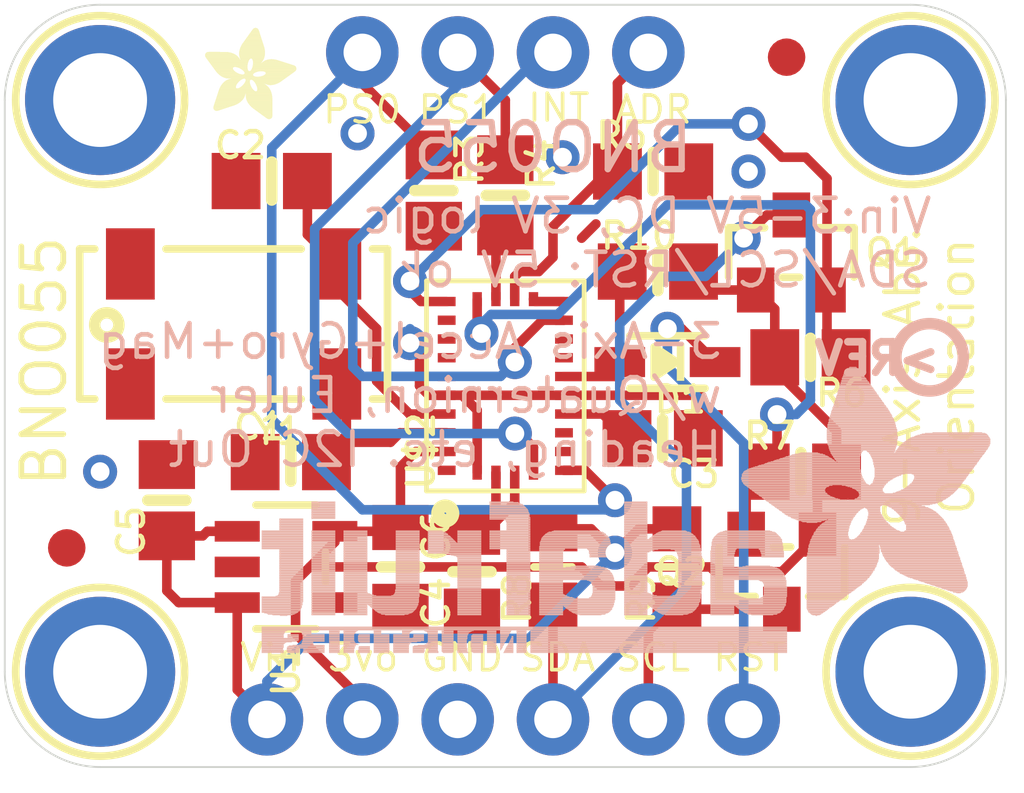
<source format=kicad_pcb>
(kicad_pcb (version 20221018) (generator pcbnew)
  (layers (0 "F.Cu" signal) (31 "B.Cu" signal) (34 "B.Paste" user) (35 "F.Paste" user) (36 "B.SilkS" user "B.Silkscreen") (37 "F.SilkS" user "F.Silkscreen") (38 "B.Mask" user) (39 "F.Mask" user) (44 "Edge.Cuts" user))
  (net 0 "")
  (net 1 "PS1_3V")
  (net 2 "PS0_3V")
  (net 3 "NRESET_3V")
  (net 4 "INT_3V")
  (net 5 "GND")
  (net 6 "I2CADDR_3V")
  (net 7 "SDA_3V")
  (net 8 "SCL_3V")
  (net 9 "N$1")
  (net 10 "N$2")
  (net 11 "N$3")
  (net 12 "5.0V")
  (net 13 "SDA_5V")
  (net 14 "SCL_5V")
  (net 15 "3.3V")
  (net 16 "RST_5V")
  (footprint "Adafruit BNO055:1X06_ROUND_76" (layer "F.Cu") (at 148.5011 113.8936)
    (fp_text reference "JP1" hide)
    (fp_text value "")
    (pad "1" thru_hole circle (at -6.35 0 90) (size 1.9304 1.9304) (drill 1) (layers "*.Cu" "*.Mask") (net 12 "5.0V"))
    (pad "2" thru_hole circle (at -3.81 0 90) (size 1.9304 1.9304) (drill 1) (layers "*.Cu" "*.Mask") (net 15 "3.3V"))
    (pad "3" thru_hole circle (at -1.27 0 90) (size 1.9304 1.9304) (drill 1) (layers "*.Cu" "*.Mask") (net 5 "GND"))
    (pad "4" thru_hole circle (at 1.27 0 90) (size 1.9304 1.9304) (drill 1) (layers "*.Cu" "*.Mask") (net 13 "SDA_5V"))
    (pad "5" thru_hole circle (at 3.81 0 90) (size 1.9304 1.9304) (drill 1) (layers "*.Cu" "*.Mask") (net 14 "SCL_5V"))
    (pad "6" thru_hole circle (at 6.35 0 90) (size 1.9304 1.9304) (drill 1) (layers "*.Cu" "*.Mask") (net 16 "RST_5V"))
  )
  (footprint "Adafruit BNO055:SOD-323" (layer "F.Cu") (at 152.8191 104.3686 180)
    (fp_text reference "D1" (at -1.1 -1) (layer "F.SilkS") (effects (font (size 0.692831 0.692831) (thickness 0.119969)) (justify right)))
    (fp_text value "1n4148")
    (pad "A" smd rect (at 1.27 0 180) (size 1.35 0.8) (layers "F.Cu" "F.Paste" "F.Mask") (net 3 "NRESET_3V"))
    (pad "C" smd rect (at -1.27 0 180) (size 1.35 0.8) (layers "F.Cu" "F.Paste" "F.Mask") (net 16 "RST_5V"))
  )
  (footprint "Adafruit BNO055:0805-NO" (layer "F.Cu") (at 142.7861 107.0356)
    (fp_text reference "C1" (at -1.5875 -0.9525) (layer "F.SilkS") (effects (font (size 0.692831 0.692831) (thickness 0.119969)) (justify left)))
    (fp_text value "22pF")
    (pad "1" smd rect (at -0.95 0) (size 1.3 1.5) (layers "F.Cu" "F.Paste" "F.Mask") (net 5 "GND"))
    (pad "2" smd rect (at 0.95 0) (size 1.3 1.5) (layers "F.Cu" "F.Paste" "F.Mask") (net 9 "N$1"))
  )
  (footprint "Adafruit BNO055:_0805MP" (layer "F.Cu") (at 153.0731 109.8296 90)
    (fp_text reference "R9" (at -1.5875 -0.9525 90) (layer "F.SilkS") (effects (font (size 0.692831 0.692831) (thickness 0.119969)) (justify left)))
    (fp_text value "10K")
    (pad "1" smd rect (at -1.016 0 90) (size 1.2 1.3) (layers "F.Cu" "F.Paste" "F.Mask") (net 14 "SCL_5V"))
    (pad "2" smd rect (at 1.016 0 90) (size 1.2 1.3) (layers "F.Cu" "F.Paste" "F.Mask") (net 12 "5.0V"))
  )
  (footprint "Adafruit BNO055:FIDUCIAL_1MM" (layer "F.Cu") (at 155.9941 96.2406)
    (fp_text reference "FID1" hide)
    (fp_text value "FIDUCIAL\"\"" hide)
    (pad "1" smd roundrect (at 0 0) (size 1 1) (layers "F.Cu" "F.Mask") (roundrect_rratio 0.5))
  )
  (footprint "Adafruit BNO055:_0805MP" (layer "F.Cu") (at 149.7711 109.8296 90)
    (fp_text reference "R8" (at -1.5875 -0.9525 90) (layer "F.SilkS") (effects (font (size 0.692831 0.692831) (thickness 0.119969)) (justify left)))
    (fp_text value "10K")
    (pad "1" smd rect (at -1.016 0 90) (size 1.2 1.3) (layers "F.Cu" "F.Paste" "F.Mask") (net 13 "SDA_5V"))
    (pad "2" smd rect (at 1.016 0 90) (size 1.2 1.3) (layers "F.Cu" "F.Paste" "F.Mask") (net 12 "5.0V"))
  )
  (footprint "Adafruit BNO055:0805_10MGAP" (layer "F.Cu") (at 145.7071 109.8296 -90)
    (fp_text reference "C6" (at -1.5875 -0.9525 90) (layer "F.SilkS") (effects (font (size 0.692831 0.692831) (thickness 0.119969)) (justify right)))
    (fp_text value "10uF")
    (pad "1" smd rect (at -1.05 0 270) (size 1.2 1.5) (layers "F.Cu" "F.Paste" "F.Mask") (net 15 "3.3V"))
    (pad "2" smd rect (at 1.05 0 270) (size 1.2 1.5) (layers "F.Cu" "F.Paste" "F.Mask") (net 5 "GND"))
  )
  (footprint "Adafruit BNO055:0805-NO" (layer "F.Cu") (at 148.5011 99.9236 -90)
    (fp_text reference "R4" (at -1.5875 -0.9525 90) (layer "F.SilkS") (effects (font (size 0.692831 0.692831) (thickness 0.119969)) (justify right)))
    (fp_text value "10K")
    (pad "1" smd rect (at -0.95 0 270) (size 1.3 1.5) (layers "F.Cu" "F.Paste" "F.Mask") (net 1 "PS1_3V"))
    (pad "2" smd rect (at 0.95 0 270) (size 1.3 1.5) (layers "F.Cu" "F.Paste" "F.Mask") (net 5 "GND"))
  )
  (footprint "Adafruit BNO055:SOT23-WIDE" (layer "F.Cu") (at 156.1211 101.4476)
    (fp_text reference "Q1" (at 1.905 0) (layer "F.SilkS") (effects (font (size 0.692831 0.692831) (thickness 0.119969)) (justify left)))
    (fp_text value "BSS138")
    (pad "1" smd rect (at -0.95 1) (size 1 1.2) (layers "F.Cu" "F.Paste" "F.Mask") (net 15 "3.3V"))
    (pad "2" smd rect (at 0.95 1) (size 1 1.2) (layers "F.Cu" "F.Paste" "F.Mask") (net 7 "SDA_3V"))
    (pad "3" smd rect (at 0 -1) (size 1 1.2) (layers "F.Cu" "F.Paste" "F.Mask") (net 13 "SDA_5V"))
  )
  (footprint "Adafruit BNO055:0805-NO" (layer "F.Cu") (at 146.5961 99.7966 -90)
    (fp_text reference "R3" (at -1.5875 -0.9525 90) (layer "F.SilkS") (effects (font (size 0.692831 0.692831) (thickness 0.119969)) (justify right)))
    (fp_text value "10K")
    (pad "1" smd rect (at -0.95 0 270) (size 1.3 1.5) (layers "F.Cu" "F.Paste" "F.Mask") (net 2 "PS0_3V"))
    (pad "2" smd rect (at 0.95 0 270) (size 1.3 1.5) (layers "F.Cu" "F.Paste" "F.Mask") (net 5 "GND"))
  )
  (footprint "Adafruit BNO055:0805_10MGAP" (layer "F.Cu") (at 147.6121 109.9566 90)
    (fp_text reference "C4" (at -1.5875 -0.9525 90) (layer "F.SilkS") (effects (font (size 0.692831 0.692831) (thickness 0.119969)) (justify left)))
    (fp_text value "0.1uF")
    (pad "1" smd rect (at -1.05 0 90) (size 1.2 1.5) (layers "F.Cu" "F.Paste" "F.Mask") (net 5 "GND"))
    (pad "2" smd rect (at 1.05 0 90) (size 1.2 1.5) (layers "F.Cu" "F.Paste" "F.Mask") (net 15 "3.3V"))
  )
  (footprint "Adafruit BNO055:0805-NO" (layer "F.Cu") (at 152.5651 101.9556)
    (fp_text reference "R10" (at -1.5875 -0.9525) (layer "F.SilkS") (effects (font (size 0.692831 0.692831) (thickness 0.119969)) (justify left)))
    (fp_text value "10K")
    (pad "1" smd rect (at -0.95 0) (size 1.3 1.5) (layers "F.Cu" "F.Paste" "F.Mask") (net 3 "NRESET_3V"))
    (pad "2" smd rect (at 0.95 0) (size 1.3 1.5) (layers "F.Cu" "F.Paste" "F.Mask") (net 15 "3.3V"))
  )
  (footprint "Adafruit BNO055:0805-NO" (layer "F.Cu") (at 142.2781 99.5426)
    (fp_text reference "C2" (at -1.5875 -0.9525) (layer "F.SilkS") (effects (font (size 0.692831 0.692831) (thickness 0.119969)) (justify left)))
    (fp_text value "22pF")
    (pad "1" smd rect (at -0.95 0) (size 1.3 1.5) (layers "F.Cu" "F.Paste" "F.Mask") (net 5 "GND"))
    (pad "2" smd rect (at 0.95 0) (size 1.3 1.5) (layers "F.Cu" "F.Paste" "F.Mask") (net 10 "N$2"))
  )
  (footprint "Adafruit BNO055:0805-NO" (layer "F.Cu") (at 156.3751 107.2896)
    (fp_text reference "R7" (at -1.5875 -0.9525) (layer "F.SilkS") (effects (font (size 0.692831 0.692831) (thickness 0.119969)) (justify left)))
    (fp_text value "10K")
    (pad "1" smd rect (at -0.95 0) (size 1.3 1.5) (layers "F.Cu" "F.Paste" "F.Mask") (net 8 "SCL_3V"))
    (pad "2" smd rect (at 0.95 0) (size 1.3 1.5) (layers "F.Cu" "F.Paste" "F.Mask") (net 15 "3.3V"))
  )
  (footprint "Adafruit BNO055:0805-NO" (layer "F.Cu") (at 152.4381 99.2886)
    (fp_text reference "R5" (at -1.5875 -0.9525) (layer "F.SilkS") (effects (font (size 0.692831 0.692831) (thickness 0.119969)) (justify left)))
    (fp_text value "10K")
    (pad "1" smd rect (at -0.95 0) (size 1.3 1.5) (layers "F.Cu" "F.Paste" "F.Mask") (net 6 "I2CADDR_3V"))
    (pad "2" smd rect (at 0.95 0) (size 1.3 1.5) (layers "F.Cu" "F.Paste" "F.Mask") (net 5 "GND"))
  )
  (footprint "Adafruit BNO055:MOUNTINGHOLE_2.5_PLATED_THICK" (layer "F.Cu") (at 159.2961 97.3836)
    (fp_text reference "U$31" hide)
    (fp_text value "MOUNTINGHOLE2.5_THICK" hide)
    (pad "P$1" thru_hole circle (at 0 0) (size 4 4) (drill 2.5) (layers "*.Cu" "*.Mask"))
  )
  (footprint "Adafruit BNO055:0805-NO" (layer "F.Cu") (at 139.4841 108.0516 90)
    (fp_text reference "C5" (at -1.5875 -0.9525 90) (layer "F.SilkS") (effects (font (size 0.692831 0.692831) (thickness 0.119969)) (justify left)))
    (fp_text value "10uF")
    (pad "1" smd rect (at -0.95 0 90) (size 1.3 1.5) (layers "F.Cu" "F.Paste" "F.Mask") (net 12 "5.0V"))
    (pad "2" smd rect (at 0.95 0 90) (size 1.3 1.5) (layers "F.Cu" "F.Paste" "F.Mask") (net 5 "GND"))
  )
  (footprint "Adafruit BNO055:0805-NO" (layer "F.Cu") (at 152.6921 106.4006 180)
    (fp_text reference "C3" (at -1.5875 -0.9525) (layer "F.SilkS") (effects (font (size 0.692831 0.692831) (thickness 0.119969)) (justify right)))
    (fp_text value "0.1uF")
    (pad "1" smd rect (at -0.95 0 180) (size 1.3 1.5) (layers "F.Cu" "F.Paste" "F.Mask") (net 5 "GND"))
    (pad "2" smd rect (at 0.95 0 180) (size 1.3 1.5) (layers "F.Cu" "F.Paste" "F.Mask") (net 11 "N$3"))
  )
  (footprint "Adafruit BNO055:MOUNTINGHOLE_2.5_PLATED_THICK" (layer "F.Cu") (at 159.2961 112.6236)
    (fp_text reference "U$32" hide)
    (fp_text value "MOUNTINGHOLE2.5_THICK" hide)
    (pad "P$1" thru_hole circle (at 0 0) (size 4 4) (drill 2.5) (layers "*.Cu" "*.Mask"))
  )
  (footprint "Adafruit BNO055:FIDUCIAL_1MM" (layer "F.Cu") (at 136.8171 109.3216)
    (fp_text reference "FID2" hide)
    (fp_text value "FIDUCIAL\"\"" hide)
    (pad "1" smd roundrect (at 0 0) (size 1 1) (layers "F.Cu" "F.Mask") (roundrect_rratio 0.5))
  )
  (footprint "Adafruit BNO055:1X04_ROUND_76" (layer "F.Cu") (at 148.5011 96.1136)
    (fp_text reference "JP2" hide)
    (fp_text value "")
    (pad "1" thru_hole circle (at -3.81 0 90) (size 1.9304 1.9304) (drill 1) (layers "*.Cu" "*.Mask") (net 2 "PS0_3V"))
    (pad "2" thru_hole circle (at -1.27 0 90) (size 1.9304 1.9304) (drill 1) (layers "*.Cu" "*.Mask") (net 1 "PS1_3V"))
    (pad "3" thru_hole circle (at 1.27 0 90) (size 1.9304 1.9304) (drill 1) (layers "*.Cu" "*.Mask") (net 4 "INT_3V"))
    (pad "4" thru_hole circle (at 3.81 0 90) (size 1.9304 1.9304) (drill 1) (layers "*.Cu" "*.Mask") (net 6 "I2CADDR_3V"))
  )
  (footprint "Adafruit BNO055:0805-NO" (layer "F.Cu") (at 156.6291 104.2416 180)
    (fp_text reference "R6" (at -1.5875 -0.9525) (layer "F.SilkS") (effects (font (size 0.692831 0.692831) (thickness 0.119969)) (justify right)))
    (fp_text value "10K")
    (pad "1" smd rect (at -0.95 0 180) (size 1.3 1.5) (layers "F.Cu" "F.Paste" "F.Mask") (net 7 "SDA_3V"))
    (pad "2" smd rect (at 0.95 0 180) (size 1.3 1.5) (layers "F.Cu" "F.Paste" "F.Mask") (net 15 "3.3V"))
  )
  (footprint "Adafruit BNO055:ADAFRUIT_2.5MM" (layer "F.Cu") (at 140.5001 97.8916)
    (fp_text reference "U$33" hide)
    (fp_text value "" hide)
  )
  (footprint "Adafruit BNO055:MOUNTINGHOLE_2.5_PLATED_THICK" (layer "F.Cu") (at 137.7061 112.6236)
    (fp_text reference "U$30" hide)
    (fp_text value "MOUNTINGHOLE2.5_THICK" hide)
    (pad "P$1" thru_hole circle (at 0 0) (size 4 4) (drill 2.5) (layers "*.Cu" "*.Mask"))
  )
  (footprint "Adafruit BNO055:SOT23-5" (layer "F.Cu") (at 142.6591 109.8296 -90)
    (fp_text reference "U1" (at 1.978 0 90) (layer "F.SilkS") (effects (font (size 0.692831 0.692831) (thickness 0.119969)) (justify right)))
    (fp_text value "MIC5225-3.3")
    (pad "1" smd rect (at -0.95 1.3001 270) (size 0.55 1.2) (layers "F.Cu" "F.Paste" "F.Mask") (net 12 "5.0V"))
    (pad "2" smd rect (at 0 1.3001 270) (size 0.55 1.2) (layers "F.Cu" "F.Paste" "F.Mask") (net 5 "GND"))
    (pad "3" smd rect (at 0.95 1.3001 270) (size 0.55 1.2) (layers "F.Cu" "F.Paste" "F.Mask") (net 12 "5.0V"))
    (pad "4" smd rect (at 0.95 -1.3001 270) (size 0.55 1.2) (layers "F.Cu" "F.Paste" "F.Mask"))
    (pad "5" smd rect (at -0.95 -1.3001 270) (size 0.55 1.2) (layers "F.Cu" "F.Paste" "F.Mask") (net 15 "3.3V"))
  )
  (footprint "Adafruit BNO055:MOUNTINGHOLE_2.5_PLATED_THICK" (layer "F.Cu") (at 137.7061 97.3836)
    (fp_text reference "U$29" hide)
    (fp_text value "MOUNTINGHOLE2.5_THICK" hide)
    (pad "P$1" thru_hole circle (at 0 0) (size 4 4) (drill 2.5) (layers "*.Cu" "*.Mask"))
  )
  (footprint "Adafruit BNO055:SOT23-WIDE" (layer "F.Cu") (at 155.8671 109.9566 180)
    (fp_text reference "Q2" (at 1.905 0) (layer "F.SilkS") (effects (font (size 0.692831 0.692831) (thickness 0.119969)) (justify right)))
    (fp_text value "BSS138")
    (pad "1" smd rect (at -0.95 1 180) (size 1 1.2) (layers "F.Cu" "F.Paste" "F.Mask") (net 15 "3.3V"))
    (pad "2" smd rect (at 0.95 1 180) (size 1 1.2) (layers "F.Cu" "F.Paste" "F.Mask") (net 8 "SCL_3V"))
    (pad "3" smd rect (at 0 -1 180) (size 1 1.2) (layers "F.Cu" "F.Paste" "F.Mask") (net 14 "SCL_5V"))
  )
  (footprint "Adafruit BNO055:BNO055" (layer "F.Cu") (at 148.5011 105.0036 90)
    (fp_text reference "U$2" (at -2.84 -2.248 90) (layer "F.SilkS") (effects (font (size 0.692831 0.692831) (thickness 0.119969)) (justify left)))
    (fp_text value "BNO055")
    (pad "1" smd rect (at -2.25 -1.5625 90) (size 0.25 0.475) (layers "F.Cu" "F.Paste" "F.Mask"))
    (pad "2" smd rect (at -2.3125 -0.75 90) (size 0.375 0.25) (layers "F.Cu" "F.Paste" "F.Mask") (net 5 "GND"))
    (pad "3" smd rect (at -2.3125 -0.25 90) (size 0.375 0.25) (layers "F.Cu" "F.Paste" "F.Mask") (net 15 "3.3V"))
    (pad "4" smd rect (at -2.3125 0.25 90) (size 0.375 0.25) (layers "F.Cu" "F.Paste" "F.Mask") (net 15 "3.3V"))
    (pad "5" smd rect (at -2.3125 0.75 90) (size 0.375 0.25) (layers "F.Cu" "F.Paste" "F.Mask") (net 1 "PS1_3V"))
    (pad "6" smd rect (at -2.25 1.5625 90) (size 0.25 0.475) (layers "F.Cu" "F.Paste" "F.Mask") (net 2 "PS0_3V"))
    (pad "7" smd rect (at -1.75 1.5625 90) (size 0.25 0.475) (layers "F.Cu" "F.Paste" "F.Mask"))
    (pad "8" smd rect (at -1.25 1.5625 90) (size 0.25 0.475) (layers "F.Cu" "F.Paste" "F.Mask"))
    (pad "9" smd rect (at -0.75 1.5625 90) (size 0.25 0.475) (layers "F.Cu" "F.Paste" "F.Mask") (net 11 "N$3"))
    (pad "10" smd rect (at -0.25 1.5625 90) (size 0.25 0.475) (layers "F.Cu" "F.Paste" "F.Mask") (net 5 "GND"))
    (pad "11" smd rect (at 0.25 1.5625 90) (size 0.25 0.475) (layers "F.Cu" "F.Paste" "F.Mask") (net 3 "NRESET_3V"))
    (pad "12" smd rect (at 0.75 1.5625 90) (size 0.25 0.475) (layers "F.Cu" "F.Paste" "F.Mask"))
    (pad "13" smd rect (at 1.25 1.5625 90) (size 0.25 0.475) (layers "F.Cu" "F.Paste" "F.Mask"))
    (pad "14" smd rect (at 1.75 1.5625 90) (size 0.25 0.475) (layers "F.Cu" "F.Paste" "F.Mask") (net 4 "INT_3V"))
    (pad "15" smd rect (at 2.25 1.5625 90) (size 0.25 0.475) (layers "F.Cu" "F.Paste" "F.Mask") (net 5 "GND"))
    (pad "16" smd rect (at 2.3125 0.75 90) (size 0.375 0.25) (layers "F.Cu" "F.Paste" "F.Mask") (net 5 "GND"))
    (pad "17" smd rect (at 2.3125 0.25 90) (size 0.375 0.25) (layers "F.Cu" "F.Paste" "F.Mask") (net 6 "I2CADDR_3V"))
    (pad "18" smd rect (at 2.3125 -0.25 90) (size 0.375 0.25) (layers "F.Cu" "F.Paste" "F.Mask") (net 5 "GND"))
    (pad "19" smd rect (at 2.3125 -0.75 90) (size 0.375 0.25) (layers "F.Cu" "F.Paste" "F.Mask") (net 8 "SCL_3V"))
    (pad "20" smd rect (at 2.25 -1.5625 90) (size 0.25 0.475) (layers "F.Cu" "F.Paste" "F.Mask") (net 7 "SDA_3V"))
    (pad "21" smd rect (at 1.75 -1.5625 90) (size 0.25 0.475) (layers "F.Cu" "F.Paste" "F.Mask"))
    (pad "22" smd rect (at 1.25 -1.5625 90) (size 0.25 0.475) (layers "F.Cu" "F.Paste" "F.Mask"))
    (pad "23" smd rect (at 0.75 -1.5625 90) (size 0.25 0.475) (layers "F.Cu" "F.Paste" "F.Mask"))
    (pad "24" smd rect (at 0.25 -1.5625 90) (size 0.25 0.475) (layers "F.Cu" "F.Paste" "F.Mask"))
    (pad "25" smd rect (at -0.25 -1.5625 90) (size 0.25 0.475) (layers "F.Cu" "F.Paste" "F.Mask") (net 5 "GND"))
    (pad "26" smd rect (at -0.75 -1.5625 90) (size 0.25 0.475) (layers "F.Cu" "F.Paste" "F.Mask") (net 10 "N$2"))
    (pad "27" smd rect (at -1.25 -1.5625 90) (size 0.25 0.475) (layers "F.Cu" "F.Paste" "F.Mask") (net 9 "N$1"))
    (pad "28" smd rect (at -1.75 -1.5625 90) (size 0.25 0.475) (layers "F.Cu" "F.Paste" "F.Mask") (net 15 "3.3V"))
  )
  (footprint "Adafruit BNO055:CRYSTAL_8X3.8" (layer "F.Cu") (at 141.2621 103.3526 180)
    (fp_text reference "Y1" (at -1.9 -2.854) (layer "F.SilkS") (effects (font (size 0.692831 0.692831) (thickness 0.119969)) (justify right)))
    (fp_text value "32.768kHz")
    (pad "P$1" smd rect (at -2.75 1.6 180) (size 1.3 1.9) (layers "F.Cu" "F.Paste" "F.Mask") (net 10 "N$2"))
    (pad "P$2" smd rect (at 2.75 1.6 180) (size 1.3 1.9) (layers "F.Cu" "F.Paste" "F.Mask"))
    (pad "P$3" smd rect (at 2.75 -1.6 180) (size 1.3 1.9) (layers "F.Cu" "F.Paste" "F.Mask"))
    (pad "P$4" smd rect (at -2.75 -1.6 180) (size 1.3 1.9) (layers "F.Cu" "F.Paste" "F.Mask") (net 9 "N$1"))
  )
  (footprint "Adafruit BNO055:PCBFEAT-REV-040" (layer "B.Cu") (at 159.8041 104.2416 180)
    (fp_text reference "U$3" hide)
    (fp_text value "" hide)
    (fp_text user ">REV" (at -0.3556 -0.508) (layer "B.SilkS") (effects (font (size 0.8128 0.8128) (thickness 0.2032)) (justify left bottom mirror)))
  )
  (footprint "Adafruit BNO055:ADAFRUIT_TEXT_20MM" (layer "B.Cu") (at 161.5821 112.1156 180)
    (fp_text reference "U$28" hide)
    (fp_text value "" hide)
  )
  (gr_arc (start 137.7061 115.1636) (mid 135.910049 114.419651) (end 135.1661 112.6236) (stroke (width 0.05)) (layer "Edge.Cuts"))
  (gr_arc (start 161.8361 112.6236) (mid 161.092151 114.419651) (end 159.2961 115.1636) (stroke (width 0.05)) (layer "Edge.Cuts"))
  (gr_arc (start 135.1661 97.3836) (mid 135.910049 95.587549) (end 137.7061 94.8436) (stroke (width 0.05)) (layer "Edge.Cuts"))
  (gr_line (start 159.2961 115.1636) (end 137.7061 115.1636) (stroke (width 0.05)) (layer "Edge.Cuts"))
  (gr_line (start 135.1661 112.6236) (end 135.1661 97.3836) (stroke (width 0.05)) (layer "Edge.Cuts"))
  (gr_line (start 137.7061 94.8436) (end 159.2961 94.8436) (stroke (width 0.05)) (layer "Edge.Cuts"))
  (gr_arc (start 159.2961 94.8436) (mid 161.092151 95.587549) (end 161.8361 97.3836) (stroke (width 0.05)) (layer "Edge.Cuts"))
  (gr_line (start 161.8361 97.3836) (end 161.8361 112.6236) (stroke (width 0.05)) (layer "Edge.Cuts"))
  (gr_text "3-Axis Accel+Gyro+Mag\nw/Quaternion, Euler\nHeading, etc. I2C Out" (at 154.3431 105.2576) (layer "B.SilkS") (effects (font (size 0.89408 0.89408) (thickness 0.12192)) (justify left mirror)))
  (gr_text "Vin:3-5V DC, 3V logic\nSDA/SCL/RST: 5V ok" (at 159.9311 101.1936) (layer "B.SilkS") (effects (font (size 0.89408 0.89408) (thickness 0.12192)) (justify left mirror)))
  (gr_text "BNO055" (at 149.7711 98.6536) (layer "B.SilkS") (effects (font (size 1.251712 1.251712) (thickness 0.170688)) (justify mirror)))
  (gr_text "PS1" (at 147.2261 97.6376) (layer "F.SilkS") (effects (font (size 0.715264 0.715264) (thickness 0.097536))))
  (gr_text "BNO055" (at 136.2161 104.3466 90) (layer "F.SilkS") (effects (font (size 1.1176 1.1176) (thickness 0.1524))))
  (gr_text "INT" (at 149.9241 97.5896) (layer "F.SilkS") (effects (font (size 0.715264 0.715264) (thickness 0.097536))))
  (gr_text "RST" (at 155.0131 112.2426) (layer "F.SilkS") (effects (font (size 0.715264 0.715264) (thickness 0.097536))))
  (gr_text "ADR" (at 152.4471 97.6376) (layer "F.SilkS") (effects (font (size 0.715264 0.715264) (thickness 0.097536))))
  (gr_text "Vin" (at 142.2401 112.2426) (layer "F.SilkS") (effects (font (size 0.715264 0.715264) (thickness 0.097536))))
  (gr_text "9-Axis Abs.\nOrientation" (at 159.8041 104.7496 90) (layer "F.SilkS") (effects (font (size 0.89408 0.89408) (thickness 0.12192))))
  (gr_text "PS0" (at 144.6861 97.6376) (layer "F.SilkS") (effects (font (size 0.715264 0.715264) (thickness 0.097536))))
  (gr_text "3vo" (at 144.7131 112.2426) (layer "F.SilkS") (effects (font (size 0.715264 0.715264) (thickness 0.097536))))
  (gr_text "GND" (at 147.3531 112.2426) (layer "F.SilkS") (effects (font (size 0.715264 0.715264) (thickness 0.097536))))
  (gr_text "SCL" (at 152.4331 112.2426) (layer "F.SilkS") (effects (font (size 0.715264 0.715264) (thickness 0.097536))))
  (gr_text "SDA" (at 149.8931 112.2426) (layer "F.SilkS") (effects (font (size 0.715264 0.715264) (thickness 0.097536))))
  (segment (start 149.2511 106.6426) (end 148.8821 106.2736) (width 0.254) (layer "F.Cu") (net 1))
  (segment (start 149.2511 107.3161) (end 149.2511 106.6426) (width 0.254) (layer "F.Cu") (net 1))
  (segment (start 147.2311 96.1136) (end 148.5011 97.3836) (width 0.254) (layer "F.Cu") (net 1))
  (segment (start 148.5011 97.3836) (end 148.5011 98.9736) (width 0.254) (layer "F.Cu") (net 1))
  (segment (start 148.8821 106.2736) (end 148.7551 106.2736) (width 0.254) (layer "F.Cu") (net 1))
  (via (at 148.7551 106.2736) (size 0.9064) (drill 0.5) (layers "F.Cu" "B.Cu") (net 1))
  (segment (start 148.7551 106.2736) (end 144.3101 106.2736) (width 0.254) (layer "B.Cu") (net 1))
  (segment (start 143.4211 105.3846) (end 143.4211 100.8126) (width 0.254) (layer "B.Cu") (net 1))
  (segment (start 144.3101 106.2736) (end 143.4211 105.3846) (width 0.254) (layer "B.Cu") (net 1))
  (segment (start 143.4211 100.8126) (end 147.2311 97.0026) (width 0.254) (layer "B.Cu") (net 1))
  (segment (start 147.2311 97.0026) (end 147.2311 96.1136) (width 0.254) (layer "B.Cu") (net 1))
  (segment (start 144.6911 96.1136) (end 144.6911 96.9416) (width 0.254) (layer "F.Cu") (net 2))
  (segment (start 144.6911 96.9416) (end 146.5961 98.8466) (width 0.254) (layer "F.Cu") (net 2))
  (segment (start 150.6241 107.2536) (end 151.4221 108.0516) (width 0.254) (layer "F.Cu") (net 2))
  (segment (start 150.0636 107.2536) (end 150.6241 107.2536) (width 0.254) (layer "F.Cu") (net 2))
  (via (at 151.4221 108.0516) (size 0.9064) (drill 0.5) (layers "F.Cu" "B.Cu") (net 2))
  (segment (start 142.2781 105.8926) (end 144.6911 108.3056) (width 0.254) (layer "B.Cu") (net 2))
  (segment (start 151.1681 108.3056) (end 151.4221 108.0516) (width 0.254) (layer "B.Cu") (net 2))
  (segment (start 144.6911 96.1136) (end 144.6911 96.2406) (width 0.254) (layer "B.Cu") (net 2))
  (segment (start 144.6911 108.3056) (end 151.1681 108.3056) (width 0.254) (layer "B.Cu") (net 2))
  (segment (start 142.2781 98.6536) (end 142.2781 105.8926) (width 0.254) (layer "B.Cu") (net 2))
  (segment (start 144.6911 96.2406) (end 142.2781 98.6536) (width 0.254) (layer "B.Cu") (net 2))
  (segment (start 150.0636 104.7536) (end 151.4181 104.7536) (width 0.254) (layer "F.Cu") (net 3))
  (segment (start 151.6151 101.9556) (end 151.5491 101.8896) (width 0.254) (layer "F.Cu") (net 3))
  (segment (start 151.5491 104.6226) (end 151.5491 104.3686) (width 0.254) (layer "F.Cu") (net 3))
  (segment (start 151.5491 101.8896) (end 151.5491 104.3686) (width 0.254) (layer "F.Cu") (net 3))
  (segment (start 151.4181 104.7536) (end 151.5491 104.6226) (width 0.254) (layer "F.Cu") (net 3))
  (segment (start 149.4891 103.2536) (end 148.7551 103.9876) (width 0.254) (layer "F.Cu") (net 4))
  (segment (start 148.7551 103.9876) (end 148.7551 104.3686) (width 0.254) (layer "F.Cu") (net 4))
  (segment (start 150.0636 103.2536) (end 149.4891 103.2536) (width 0.254) (layer "F.Cu") (net 4))
  (via (at 148.7551 104.3686) (size 0.9064) (drill 0.5) (layers "F.Cu" "B.Cu") (net 4))
  (segment (start 144.6911 104.7496) (end 148.3741 104.7496) (width 0.254) (layer "B.Cu") (net 4))
  (segment (start 144.4371 104.4956) (end 144.4371 101.1936) (width 0.254) (layer "B.Cu") (net 4))
  (segment (start 149.5171 96.1136) (end 149.7711 96.1136) (width 0.254) (layer "B.Cu") (net 4))
  (segment (start 144.6911 104.7496) (end 144.4371 104.4956) (width 0.254) (layer "B.Cu") (net 4))
  (segment (start 144.4371 101.1936) (end 149.5171 96.1136) (width 0.254) (layer "B.Cu") (net 4))
  (segment (start 148.3741 104.7496) (end 148.7551 104.3686) (width 0.254) (layer "B.Cu") (net 4))
  (segment (start 146.4651 105.2536) (end 146.2151 105.0036) (width 0.254) (layer "F.Cu") (net 5))
  (segment (start 153.7081 106.3346) (end 153.6421 106.4006) (width 0.254) (layer "F.Cu") (net 5))
  (segment (start 150.5331 101.0666) (end 150.9141 100.6856) (width 0.254) (layer "F.Cu") (net 5))
  (segment (start 153.7081 105.2576) (end 153.7081 106.3346) (width 0.254) (layer "F.Cu") (net 5))
  (segment (start 147.7511 105.6506) (end 147.4216 105.3211) (width 0.254) (layer "F.Cu") (net 5))
  (segment (start 147.3541 105.2536) (end 146.9386 105.2536) (width 0.254) (layer "F.Cu") (net 5))
  (segment (start 148.2511 102.6911) (end 148.2511 101.1236) (width 0.254) (layer "F.Cu") (net 5))
  (segment (start 146.2151 105.0036) (end 146.2151 103.9876) (width 0.254) (layer "F.Cu") (net 5))
  (segment (start 147.7511 107.3161) (end 147.7511 105.6506) (width 0.254) (layer "F.Cu") (net 5))
  (segment (start 148.2511 101.1236) (end 148.5011 100.8736) (width 0.254) (layer "F.Cu") (net 5))
  (segment (start 147.4216 105.3211) (end 147.3541 105.2536) (width 0.254) (layer "F.Cu") (net 5))
  (segment (start 146.9386 105.2536) (end 146.4651 105.2536) (width 0.254) (layer "F.Cu") (net 5))
  (segment (start 149.2511 102.6911) (end 149.3136 102.7536) (width 0.254) (layer "F.Cu") (net 5))
  (segment (start 149.3136 102.7536) (end 150.0636 102.7536) (width 0.254) (layer "F.Cu") (net 5))
  (segment (start 150.0636 105.2536) (end 153.7041 105.2536) (width 0.254) (layer "F.Cu") (net 5))
  (segment (start 153.7041 105.2536) (end 153.7081 105.2576) (width 0.254) (layer "F.Cu") (net 5))
  (segment (start 147.4891 105.2536) (end 147.4216 105.3211) (width 0.254) (layer "F.Cu") (net 5))
  (segment (start 153.0731 99.2886) (end 153.3881 99.2886) (width 0.254) (layer "F.Cu") (net 5))
  (segment (start 150.0636 105.2536) (end 147.4891 105.2536) (width 0.254) (layer "F.Cu") (net 5))
  (via (at 144.5641 98.2726) (size 0.9064) (drill 0.5) (layers "F.Cu" "B.Cu") (net 5))
  (via (at 150.0251 98.9076) (size 0.9064) (drill 0.5) (layers "F.Cu" "B.Cu") (net 5))
  (via (at 154.9781 99.2886) (size 0.9064) (drill 0.5) (layers "F.Cu" "B.Cu") (net 5))
  (via (at 137.7061 107.2896) (size 0.9064) (drill 0.5) (layers "F.Cu" "B.Cu") (net 5))
  (via (at 145.9611 103.8606) (size 0.9064) (drill 0.5) (layers "F.Cu" "B.Cu") (net 5))
  (segment (start 146.0881 103.6066) (end 145.9611 103.4796) (width 0.254) (layer "B.Cu") (net 5))
  (segment (start 149.7711 100.7516) (end 151.2341 99.2886) (width 0.254) (layer "F.Cu") (net 6))
  (segment (start 151.4881 99.2886) (end 151.4881 96.9366) (width 0.254) (layer "F.Cu") (net 6))
  (segment (start 149.7711 101.5746) (end 149.7711 100.7516) (width 0.254) (layer "F.Cu") (net 6))
  (segment (start 148.7511 102.0866) (end 148.7511 102.6911) (width 0.254) (layer "F.Cu") (net 6))
  (segment (start 149.3901 101.9556) (end 149.7711 101.5746) (width 0.254) (layer "F.Cu") (net 6))
  (segment (start 148.8821 101.9556) (end 148.7511 102.0866) (width 0.254) (layer "F.Cu") (net 6))
  (segment (start 151.2341 99.2886) (end 151.4881 99.2886) (width 0.254) (layer "F.Cu") (net 6))
  (segment (start 151.4881 96.9366) (end 152.3111 96.1136) (width 0.254) (layer "F.Cu") (net 6))
  (segment (start 149.3901 101.9556) (end 148.8821 101.9556) (width 0.254) (layer "F.Cu") (net 6))
  (segment (start 157.0711 102.4476) (end 157.0711 99.4766) (width 0.254) (layer "F.Cu") (net 7))
  (segment (start 157.0711 99.4766) (end 156.5021 98.9076) (width 0.254) (layer "F.Cu") (net 7))
  (segment (start 146.2511 102.7536) (end 145.9611 102.4636) (width 0.254) (layer "F.Cu") (net 7))
  (segment (start 157.5791 104.2416) (end 157.0711 103.7336) (width 0.254) (layer "F.Cu") (net 7))
  (segment (start 157.0711 103.7336) (end 157.0711 102.4476) (width 0.254) (layer "F.Cu") (net 7))
  (segment (start 145.9611 102.4636) (end 145.9611 102.2096) (width 0.254) (layer "F.Cu") (net 7))
  (segment (start 155.8671 98.9076) (end 154.9781 98.0186) (width 0.254) (layer "F.Cu") (net 7))
  (segment (start 146.9386 102.7536) (end 146.2511 102.7536) (width 0.254) (layer "F.Cu") (net 7))
  (segment (start 156.5021 98.9076) (end 155.8671 98.9076) (width 0.254) (layer "F.Cu") (net 7))
  (via (at 154.9781 98.0186) (size 0.9064) (drill 0.5) (layers "F.Cu" "B.Cu") (net 7))
  (via (at 145.9611 102.2096) (size 0.9064) (drill 0.5) (layers "F.Cu" "B.Cu") (net 7))
  (segment (start 150.9141 100.3046) (end 153.2001 98.0186) (width 0.254) (layer "B.Cu") (net 7))
  (segment (start 147.8661 100.3046) (end 145.9611 102.2096) (width 0.254) (layer "B.Cu") (net 7))
  (segment (start 147.8661 100.3046) (end 150.9141 100.3046) (width 0.254) (layer "B.Cu") (net 7))
  (segment (start 153.2001 98.0186) (end 154.9781 98.0186) (width 0.254) (layer "B.Cu") (net 7))
  (segment (start 155.7401 105.7656) (end 155.7401 107.2236) (width 0.254) (layer "F.Cu") (net 8))
  (segment (start 155.4251 107.2896) (end 154.9171 107.7976) (width 0.254) (layer "F.Cu") (net 8))
  (segment (start 147.7511 102.6911) (end 147.7511 103.4916) (width 0.254) (layer "F.Cu") (net 8))
  (segment (start 155.7401 107.2236) (end 155.6741 107.2896) (width 0.254) (layer "F.Cu") (net 8))
  (segment (start 147.7511 103.4916) (end 147.8661 103.6066) (width 0.254) (layer "F.Cu") (net 8))
  (segment (start 154.9171 107.7976) (end 154.9171 108.9566) (width 0.254) (layer "F.Cu") (net 8))
  (segment (start 155.6741 107.2896) (end 155.4251 107.2896) (width 0.254) (layer "F.Cu") (net 8))
  (via (at 155.7401 105.7656) (size 0.9064) (drill 0.5) (layers "F.Cu" "B.Cu") (net 8))
  (via (at 147.8661 103.6066) (size 0.9064) (drill 0.5) (layers "F.Cu" "B.Cu") (net 8))
  (segment (start 149.8981 103.0986) (end 152.8191 100.1776) (width 0.254) (layer "B.Cu") (net 8))
  (segment (start 156.6291 105.3846) (end 156.2481 105.7656) (width 0.254) (layer "B.Cu") (net 8))
  (segment (start 147.8661 103.3526) (end 148.1201 103.0986) (width 0.254) (layer "B.Cu") (net 8))
  (segment (start 156.2481 105.7656) (end 155.7401 105.7656) (width 0.254) (layer "B.Cu") (net 8))
  (segment (start 152.8191 100.1776) (end 156.5021 100.1776) (width 0.254) (layer "B.Cu") (net 8))
  (segment (start 156.6291 100.3046) (end 156.6291 105.3846) (width 0.254) (layer "B.Cu") (net 8))
  (segment (start 148.1201 103.0986) (end 149.8981 103.0986) (width 0.254) (layer "B.Cu") (net 8))
  (segment (start 147.8661 103.6066) (end 147.8661 103.3526) (width 0.254) (layer "B.Cu") (net 8))
  (segment (start 156.5021 100.1776) (end 156.6291 100.3046) (width 0.254) (layer "B.Cu") (net 8))
  (segment (start 145.4421 106.5056) (end 144.2661 106.5056) (width 0.254) (layer "F.Cu") (net 9))
  (segment (start 145.6941 106.2536) (end 145.4421 106.5056) (width 0.254) (layer "F.Cu") (net 9))
  (segment (start 144.2661 106.5056) (end 143.7361 107.0356) (width 0.254) (layer "F.Cu") (net 9))
  (segment (start 144.2661 105.2066) (end 144.2661 106.5056) (width 0.254) (layer "F.Cu") (net 9))
  (segment (start 144.0121 104.9526) (end 144.2661 105.2066) (width 0.254) (layer "F.Cu") (net 9))
  (segment (start 146.9386 106.2536) (end 145.6941 106.2536) (width 0.254) (layer "F.Cu") (net 9))
  (segment (start 143.2281 100.9686) (end 143.2281 99.5426) (width 0.254) (layer "F.Cu") (net 10))
  (segment (start 145.0721 103.4796) (end 144.0121 102.4196) (width 0.254) (layer "F.Cu") (net 10))
  (segment (start 146.9386 105.7536) (end 145.9491 105.7536) (width 0.254) (layer "F.Cu") (net 10))
  (segment (start 145.0721 104.8766) (end 145.0721 103.4796) (width 0.254) (layer "F.Cu") (net 10))
  (segment (start 143.2281 100.9686) (end 144.0121 101.7526) (width 0.254) (layer "F.Cu") (net 10))
  (segment (start 145.9491 105.7536) (end 145.0721 104.8766) (width 0.254) (layer "F.Cu") (net 10))
  (segment (start 144.0121 102.4196) (end 144.0121 101.7526) (width 0.254) (layer "F.Cu") (net 10))
  (segment (start 150.0636 105.7536) (end 151.0951 105.7536) (width 0.254) (layer "F.Cu") (net 11))
  (segment (start 151.0951 105.7536) (end 151.7421 106.4006) (width 0.254) (layer "F.Cu") (net 11))
  (segment (start 150.7871 108.8136) (end 151.4221 109.4486) (width 0.254) (layer "F.Cu") (net 12))
  (segment (start 152.0571 108.8136) (end 151.4221 109.4486) (width 0.254) (layer "F.Cu") (net 12))
  (segment (start 149.7711 108.8136) (end 150.7871 108.8136) (width 0.254) (layer "F.Cu") (net 12))
  (segment (start 153.0731 108.8136) (end 152.0571 108.8136) (width 0.254) (layer "F.Cu") (net 12))
  (segment (start 141.359 113.1015) (end 141.359 110.7796) (width 0.254) (layer "F.Cu") (net 12))
  (segment (start 141.359 110.7796) (end 139.7991 110.7796) (width 0.254) (layer "F.Cu") (net 12))
  (segment (start 141.359 108.8796) (end 140.5611 108.8796) (width 0.254) (layer "F.Cu") (net 12))
  (segment (start 139.7991 110.7796) (end 139.4841 110.4646) (width 0.254) (layer "F.Cu") (net 12))
  (segment (start 140.4391 109.0016) (end 139.4841 109.0016) (width 0.254) (layer "F.Cu") (net 12))
  (segment (start 142.1511 113.8936) (end 141.359 113.1015) (width 0.254) (layer "F.Cu") (net 12))
  (segment (start 139.4841 110.4646) (end 139.4841 109.0016) (width 0.254) (layer "F.Cu") (net 12))
  (segment (start 140.5611 108.8796) (end 140.4391 109.0016) (width 0.254) (layer "F.Cu") (net 12))
  (via (at 151.4221 109.4486) (size 0.9064) (drill 0.5) (layers "F.Cu" "B.Cu") (net 12))
  (segment (start 149.1361 111.7346) (end 143.2941 111.7346) (width 0.254) (layer "B.Cu") (net 12))
  (segment (start 151.4221 109.4486) (end 149.1361 111.7346) (width 0.254) (layer "B.Cu") (net 12))
  (segment (start 143.2941 111.7346) (end 142.1511 112.8776) (width 0.254) (layer "B.Cu") (net 12))
  (segment (start 142.1511 112.8776) (end 142.1511 113.8936) (width 0.254) (layer "B.Cu") (net 12))
  (segment (start 154.8511 101.0666) (end 155.4701 100.4476) (width 0.254) (layer "F.Cu") (net 13))
  (segment (start 155.4701 100.4476) (end 156.1211 100.4476) (width 0.254) (layer "F.Cu") (net 13))
  (segment (start 149.7711 110.8456) (end 149.7711 113.8936) (width 0.254) (layer "F.Cu") (net 13))
  (via (at 154.8511 101.0666) (size 0.9064) (drill 0.5) (layers "F.Cu" "B.Cu") (net 13))
  (segment (start 153.3271 110.3376) (end 153.3271 107.1626) (width 0.254) (layer "B.Cu") (net 13))
  (segment (start 152.8191 102.0826) (end 153.8351 102.0826) (width 0.254) (layer "B.Cu") (net 13))
  (segment (start 153.3271 107.1626) (end 151.5491 105.3846) (width 0.254) (layer "B.Cu") (net 13))
  (segment (start 149.7711 113.8936) (end 153.3271 110.3376) (width 0.254) (layer "B.Cu") (net 13))
  (segment (start 151.5491 105.3846) (end 151.5491 103.3526) (width 0.254) (layer "B.Cu") (net 13))
  (segment (start 153.8351 102.0826) (end 154.8511 101.0666) (width 0.254) (layer "B.Cu") (net 13))
  (segment (start 151.5491 103.3526) (end 152.8191 102.0826) (width 0.254) (layer "B.Cu") (net 13))
  (segment (start 153.1841 110.9566) (end 155.8671 110.9566) (width 0.254) (layer "F.Cu") (net 14))
  (segment (start 152.3111 111.5416) (end 153.0071 110.8456) (width 0.254) (layer "F.Cu") (net 14))
  (segment (start 153.0731 110.8456) (end 153.1841 110.9566) (width 0.254) (layer "F.Cu") (net 14))
  (segment (start 153.0071 110.8456) (end 153.0731 110.8456) (width 0.254) (layer "F.Cu") (net 14))
  (segment (start 152.3111 113.8936) (end 152.3111 111.5416) (width 0.254) (layer "F.Cu") (net 14))
  (segment (start 144.6911 113.3856) (end 142.9131 111.6076) (width 0.254) (layer "F.Cu") (net 15))
  (segment (start 142.9131 110.2106) (end 143.2941 109.8296) (width 0.254) (layer "F.Cu") (net 15))
  (segment (start 156.8171 107.7976) (end 156.8171 108.9566) (width 0.254) (layer "F.Cu") (net 15))
  (segment (start 147.4851 108.7796) (end 147.6121 108.9066) (width 0.254) (layer "F.Cu") (net 15))
  (segment (start 145.7071 108.7796) (end 147.4851 108.7796) (width 0.254) (layer "F.Cu") (net 15))
  (segment (start 146.1161 106.7536) (end 145.7071 107.1626) (width 0.254) (layer "F.Cu") (net 15))
  (segment (start 146.9386 106.7536) (end 146.1161 106.7536) (width 0.254) (layer "F.Cu") (net 15))
  (segment (start 151.8031 110.3376) (end 152.3111 109.8296) (width 0.254) (layer "F.Cu") (net 15))
  (segment (start 153.9621 109.8296) (end 154.0891 109.9566) (width 0.254) (layer "F.Cu") (net 15))
  (segment (start 143.2941 109.8296) (end 150.5331 109.8296) (width 0.254) (layer "F.Cu") (net 15))
  (segment (start 145.7071 107.1626) (end 145.7071 108.7796) (width 0.254) (layer "F.Cu") (net 15))
  (segment (start 155.6791 102.9556) (end 155.6791 104.2416) (width 0.254) (layer "F.Cu") (net 15))
  (segment (start 154.0071 102.4476) (end 155.1711 102.4476) (width 0.254) (layer "F.Cu") (net 15))
  (segment (start 157.3251 106.2076) (end 157.3251 107.2896) (width 0.254) (layer "F.Cu") (net 15))
  (segment (start 144.6911 113.8936) (end 144.6911 113.3856) (width 0.254) (layer "F.Cu") (net 15))
  (segment (start 156.8171 109.0066) (end 156.8171 108.9566) (width 0.254) (layer "F.Cu") (net 15))
  (segment (start 142.9131 111.6076) (end 142.9131 110.2106) (width 0.254) (layer "F.Cu") (net 15))
  (segment (start 152.3111 109.8296) (end 153.9621 109.8296) (width 0.254) (layer "F.Cu") (net 15))
  (segment (start 143.9592 109.1645) (end 143.9592 108.8796) (width 0.254) (layer "F.Cu") (net 15))
  (segment (start 150.5331 109.8296) (end 151.0411 110.3376) (width 0.254) (layer "F.Cu") (net 15))
  (segment (start 151.0411 110.3376) (end 151.8031 110.3376) (width 0.254) (layer "F.Cu") (net 15))
  (segment (start 155.8671 109.9566) (end 156.8171 109.0066) (width 0.254) (layer "F.Cu") (net 15))
  (segment (start 143.2941 109.8296) (end 143.9592 109.1645) (width 0.254) (layer "F.Cu") (net 15))
  (segment (start 154.0891 109.9566) (end 155.8671 109.9566) (width 0.254) (layer "F.Cu") (net 15))
  (segment (start 155.6791 104.2416) (end 155.6791 104.5616) (width 0.254) (layer "F.Cu") (net 15))
  (segment (start 143.9592 108.8796) (end 145.6071 108.8796) (width 0.254) (layer "F.Cu") (net 15))
  (segment (start 148.2511 108.6176) (end 148.7511 108.1176) (width 0.254) (layer "F.Cu") (net 15))
  (segment (start 157.1981 107.4166) (end 157.3251 107.2896) (width 0.254) (layer "F.Cu") (net 15))
  (segment (start 145.6071 108.8796) (end 145.7071 108.7796) (width 0.254) (layer "F.Cu") (net 15))
  (segment (start 148.2511 107.3161) (end 148.2511 108.6176) (width 0.254) (layer "F.Cu") (net 15))
  (segment (start 148.2511 108.6176) (end 147.9621 108.9066) (width 0.254) (layer "F.Cu") (net 15))
  (segment (start 155.6791 104.5616) (end 157.3251 106.2076) (width 0.254) (layer "F.Cu") (net 15))
  (segment (start 157.3251 107.2896) (end 156.8171 107.7976) (width 0.254) (layer "F.Cu") (net 15))
  (segment (start 148.7511 107.3161) (end 148.7511 108.1176) (width 0.254) (layer "F.Cu") (net 15))
  (segment (start 153.5151 101.9556) (end 154.0071 102.4476) (width 0.254) (layer "F.Cu") (net 15))
  (segment (start 155.1711 102.4476) (end 155.6791 102.9556) (width 0.254) (layer "F.Cu") (net 15))
  (segment (start 147.9621 108.9066) (end 147.6121 108.9066) (width 0.254) (layer "F.Cu") (net 15))
  (segment (start 154.0891 104.3686) (end 153.2001 103.4796) (width 0.254) (layer "F.Cu") (net 16))
  (segment (start 153.2001 103.4796) (end 152.8191 103.4796) (width 0.254) (layer "F.Cu") (net 16))
  (via (at 152.8191 103.4796) (size 0.9064) (drill 0.5) (layers "F.Cu" "B.Cu") (net 16))
  (segment (start 154.8511 113.8936) (end 154.8511 106.5276) (width 0.254) (layer "B.Cu") (net 16))
  (segment (start 154.8511 106.5276) (end 152.8191 104.4956) (width 0.254) (layer "B.Cu") (net 16))
  (segment (start 152.8191 104.4956) (end 152.8191 103.4796) (width 0.254) (layer "B.Cu") (net 16))
)
</source>
